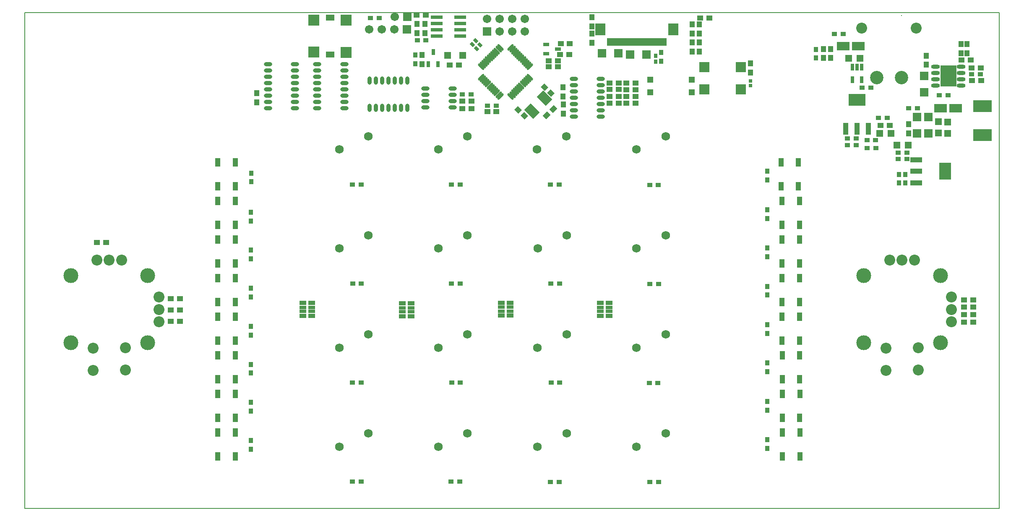
<source format=gts>
G04*
G04 #@! TF.GenerationSoftware,Altium Limited,Altium Designer,19.0.12 (326)*
G04*
G04 Layer_Color=8388736*
%FSLAX24Y24*%
%MOIN*%
G70*
G01*
G75*
%ADD10C,0.0079*%
%ADD14C,0.0060*%
%ADD60R,0.0395X0.0480*%
%ADD61R,0.0380X0.0430*%
%ADD62O,0.0651X0.0316*%
%ADD63R,0.0867X0.0867*%
%ADD64R,0.0710X0.0474*%
G04:AMPARAMS|DCode=65|XSize=43mil|YSize=38mil|CornerRadius=0mil|HoleSize=0mil|Usage=FLASHONLY|Rotation=135.000|XOffset=0mil|YOffset=0mil|HoleType=Round|Shape=Rectangle|*
%AMROTATEDRECTD65*
4,1,4,0.0286,-0.0018,0.0018,-0.0286,-0.0286,0.0018,-0.0018,0.0286,0.0286,-0.0018,0.0*
%
%ADD65ROTATEDRECTD65*%

%ADD66R,0.0430X0.0380*%
%ADD67R,0.0680X0.0680*%
%ADD68R,0.0280X0.0330*%
%ADD69R,0.0680X0.0680*%
%ADD70R,0.0277X0.0316*%
%ADD71R,0.0580X0.0580*%
%ADD72R,0.1025X0.0710*%
%ADD73R,0.0572X0.0552*%
%ADD74R,0.0580X0.0580*%
%ADD75R,0.1458X0.0926*%
G04:AMPARAMS|DCode=76|XSize=48mil|YSize=39.5mil|CornerRadius=0mil|HoleSize=0mil|Usage=FLASHONLY|Rotation=225.000|XOffset=0mil|YOffset=0mil|HoleType=Round|Shape=Rectangle|*
%AMROTATEDRECTD76*
4,1,4,0.0030,0.0309,0.0309,0.0030,-0.0030,-0.0309,-0.0309,-0.0030,0.0030,0.0309,0.0*
%
%ADD76ROTATEDRECTD76*%

%ADD77R,0.0480X0.0395*%
G04:AMPARAMS|DCode=78|XSize=34mil|YSize=28mil|CornerRadius=0mil|HoleSize=0mil|Usage=FLASHONLY|Rotation=315.000|XOffset=0mil|YOffset=0mil|HoleType=Round|Shape=Rectangle|*
%AMROTATEDRECTD78*
4,1,4,-0.0219,0.0021,-0.0021,0.0219,0.0219,-0.0021,0.0021,-0.0219,-0.0219,0.0021,0.0*
%
%ADD78ROTATEDRECTD78*%

%ADD79R,0.0533X0.0316*%
%ADD80R,0.0533X0.0375*%
%ADD81R,0.0434X0.0671*%
%ADD82R,0.0513X0.0513*%
%ADD83R,0.0808X0.0828*%
%ADD84R,0.0316X0.0474*%
%ADD85R,0.0946X0.0316*%
%ADD86O,0.0316X0.0651*%
%ADD87R,0.0434X0.0926*%
%ADD88R,0.1360X0.0926*%
%ADD89R,0.0474X0.0316*%
%ADD90R,0.0280X0.0580*%
%ADD91R,0.0926X0.0434*%
%ADD92R,0.0926X0.1360*%
G04:AMPARAMS|DCode=93|XSize=74.9mil|YSize=102.5mil|CornerRadius=0mil|HoleSize=0mil|Usage=FLASHONLY|Rotation=45.000|XOffset=0mil|YOffset=0mil|HoleType=Round|Shape=Rectangle|*
%AMROTATEDRECTD93*
4,1,4,0.0097,-0.0627,-0.0627,0.0097,-0.0097,0.0627,0.0627,-0.0097,0.0097,-0.0627,0.0*
%
%ADD93ROTATEDRECTD93*%

%ADD94R,0.0789X0.0946*%
%ADD95R,0.0198X0.0592*%
%ADD96O,0.0710X0.0316*%
%ADD97R,0.1261X0.1655*%
G04:AMPARAMS|DCode=98|XSize=19.8mil|YSize=65.1mil|CornerRadius=0mil|HoleSize=0mil|Usage=FLASHONLY|Rotation=225.000|XOffset=0mil|YOffset=0mil|HoleType=Round|Shape=Round|*
%AMOVALD98*
21,1,0.0453,0.0198,0.0000,0.0000,315.0*
1,1,0.0198,-0.0160,0.0160*
1,1,0.0198,0.0160,-0.0160*
%
%ADD98OVALD98*%

G04:AMPARAMS|DCode=99|XSize=19.8mil|YSize=65.1mil|CornerRadius=0mil|HoleSize=0mil|Usage=FLASHONLY|Rotation=135.000|XOffset=0mil|YOffset=0mil|HoleType=Round|Shape=Round|*
%AMOVALD99*
21,1,0.0453,0.0198,0.0000,0.0000,225.0*
1,1,0.0198,0.0160,0.0160*
1,1,0.0198,-0.0160,-0.0160*
%
%ADD99OVALD99*%

%ADD100C,0.0680*%
%ADD101C,0.1182*%
%ADD102C,0.0867*%
%ADD103R,0.0671X0.0671*%
%ADD104C,0.0671*%
%ADD105C,0.1064*%
D10*
X88414Y129234D02*
X88430Y129250D01*
D14*
X96180Y121566D02*
Y129440D01*
X18750D02*
X96180D01*
X18750Y127140D02*
Y129440D01*
Y121566D02*
Y127140D01*
Y90070D02*
Y121566D01*
Y90070D02*
X96180D01*
X96180Y121566D02*
X96180Y90070D01*
D60*
X93625Y126950D02*
D03*
Y126220D02*
D03*
X93165Y126950D02*
D03*
X93165Y126220D02*
D03*
X63800Y128350D02*
D03*
X63800Y129080D02*
D03*
X72360Y128515D02*
D03*
Y127785D02*
D03*
X71790Y128515D02*
D03*
Y127785D02*
D03*
X63800Y127790D02*
D03*
Y127060D02*
D03*
X76430Y124700D02*
D03*
Y125430D02*
D03*
X49930Y128560D02*
D03*
Y127830D02*
D03*
X50330Y125365D02*
D03*
Y126095D02*
D03*
X50540Y127835D02*
D03*
Y128565D02*
D03*
X71790Y127090D02*
D03*
Y126360D02*
D03*
X72360Y127090D02*
D03*
Y126360D02*
D03*
X88970Y119865D02*
D03*
Y120595D02*
D03*
X82200Y125840D02*
D03*
Y126570D02*
D03*
X90380Y126035D02*
D03*
Y125305D02*
D03*
X82780Y126570D02*
D03*
Y125840D02*
D03*
X37180Y123065D02*
D03*
Y122335D02*
D03*
X61540Y121413D02*
D03*
Y122143D02*
D03*
X61526Y123520D02*
D03*
Y122790D02*
D03*
D61*
X36730Y94770D02*
D03*
Y95460D02*
D03*
Y97791D02*
D03*
Y98481D02*
D03*
X36740Y116010D02*
D03*
Y116700D02*
D03*
X36730Y112899D02*
D03*
Y113589D02*
D03*
Y110577D02*
D03*
Y109887D02*
D03*
Y106856D02*
D03*
Y107546D02*
D03*
Y103834D02*
D03*
Y104524D02*
D03*
Y100813D02*
D03*
Y101503D02*
D03*
X69312Y125584D02*
D03*
Y126274D02*
D03*
X77740Y116150D02*
D03*
Y116840D02*
D03*
Y113103D02*
D03*
Y113793D02*
D03*
Y110056D02*
D03*
Y110746D02*
D03*
Y107009D02*
D03*
Y107699D02*
D03*
Y103961D02*
D03*
Y104651D02*
D03*
Y100914D02*
D03*
Y101604D02*
D03*
Y97867D02*
D03*
Y98557D02*
D03*
Y94820D02*
D03*
Y95510D02*
D03*
X49770Y126090D02*
D03*
Y125400D02*
D03*
X81620Y125840D02*
D03*
Y126530D02*
D03*
X88700Y116600D02*
D03*
Y115910D02*
D03*
X88200Y116600D02*
D03*
Y115910D02*
D03*
D62*
X41997Y125370D02*
D03*
Y124870D02*
D03*
Y124370D02*
D03*
Y123870D02*
D03*
Y123370D02*
D03*
Y122870D02*
D03*
Y122370D02*
D03*
Y121870D02*
D03*
X44143Y125370D02*
D03*
Y124870D02*
D03*
Y124370D02*
D03*
Y123870D02*
D03*
Y123370D02*
D03*
Y122870D02*
D03*
Y122370D02*
D03*
Y121870D02*
D03*
X50597Y123420D02*
D03*
Y122920D02*
D03*
Y122420D02*
D03*
Y121920D02*
D03*
X52743Y123420D02*
D03*
Y122920D02*
D03*
Y122420D02*
D03*
Y121920D02*
D03*
X38080Y125370D02*
D03*
Y124870D02*
D03*
Y124370D02*
D03*
Y123870D02*
D03*
Y123370D02*
D03*
Y122870D02*
D03*
Y122370D02*
D03*
Y121870D02*
D03*
X40226Y125370D02*
D03*
Y124870D02*
D03*
Y124370D02*
D03*
Y123870D02*
D03*
Y123370D02*
D03*
Y122870D02*
D03*
Y122370D02*
D03*
Y121870D02*
D03*
X64516Y121200D02*
D03*
Y121700D02*
D03*
Y122200D02*
D03*
Y122700D02*
D03*
Y123200D02*
D03*
Y123700D02*
D03*
Y124200D02*
D03*
X62370Y121200D02*
D03*
Y121700D02*
D03*
Y122200D02*
D03*
Y122700D02*
D03*
Y123200D02*
D03*
Y123700D02*
D03*
Y124200D02*
D03*
D63*
X41720Y128864D02*
D03*
X41717Y126307D02*
D03*
X44290Y126294D02*
D03*
X44270Y128860D02*
D03*
D64*
X43000Y129064D02*
D03*
Y126104D02*
D03*
D65*
X58443Y121243D02*
D03*
X57955Y121730D02*
D03*
X60062Y123528D02*
D03*
X60550Y123040D02*
D03*
D66*
X92110Y122900D02*
D03*
X91420Y122900D02*
D03*
X46220Y129020D02*
D03*
X46910D02*
D03*
X50630Y127240D02*
D03*
X49940D02*
D03*
X53510Y122940D02*
D03*
X54200D02*
D03*
X93995Y124570D02*
D03*
X94685D02*
D03*
X86366Y118680D02*
D03*
X85676D02*
D03*
X86360Y119320D02*
D03*
X85670D02*
D03*
X84810Y119440D02*
D03*
X84120D02*
D03*
X84810Y118920D02*
D03*
X84120D02*
D03*
X85970Y123500D02*
D03*
X85280D02*
D03*
X88850Y118330D02*
D03*
X88160D02*
D03*
X88850Y117810D02*
D03*
X88160D02*
D03*
X83080Y127740D02*
D03*
X83770D02*
D03*
X88985Y121840D02*
D03*
X89675D02*
D03*
X87270Y121080D02*
D03*
X86580D02*
D03*
X45478Y115790D02*
D03*
X44788D02*
D03*
X53340Y115790D02*
D03*
X52650D02*
D03*
X61202Y115790D02*
D03*
X60512D02*
D03*
X69090Y115760D02*
D03*
X68400D02*
D03*
X45498Y107920D02*
D03*
X44808D02*
D03*
X53340Y107920D02*
D03*
X52650D02*
D03*
X61240Y107930D02*
D03*
X60550D02*
D03*
X69100Y107900D02*
D03*
X68410D02*
D03*
X45470Y100050D02*
D03*
X44780D02*
D03*
X53360Y100040D02*
D03*
X52670D02*
D03*
X61258Y100050D02*
D03*
X60568D02*
D03*
X69060Y100030D02*
D03*
X68370D02*
D03*
X45480Y92180D02*
D03*
X44790D02*
D03*
X53320Y92190D02*
D03*
X52630D02*
D03*
X61210Y92140D02*
D03*
X60520D02*
D03*
X69122Y92170D02*
D03*
X68432D02*
D03*
X55510Y122040D02*
D03*
X56200D02*
D03*
D67*
X90220Y123127D02*
D03*
Y124427D02*
D03*
X90550Y119840D02*
D03*
Y121140D02*
D03*
X89660Y119860D02*
D03*
X89660Y121160D02*
D03*
D68*
X68895Y126021D02*
D03*
Y125561D02*
D03*
D69*
X66840Y126110D02*
D03*
X68140Y126110D02*
D03*
X65930Y126230D02*
D03*
X64630Y126230D02*
D03*
D70*
X76430Y124037D02*
D03*
X76430Y123643D02*
D03*
D71*
X91340Y120790D02*
D03*
Y119890D02*
D03*
X92080Y120770D02*
D03*
X92080Y119870D02*
D03*
D72*
X84990Y126780D02*
D03*
X83789D02*
D03*
X91530Y121840D02*
D03*
X92730D02*
D03*
D73*
X52350Y126060D02*
D03*
X53550D02*
D03*
D74*
X86670Y119840D02*
D03*
X87570D02*
D03*
X88040Y118920D02*
D03*
X88940D02*
D03*
X84210Y125820D02*
D03*
X85110D02*
D03*
D75*
X94860Y119720D02*
D03*
Y122023D02*
D03*
D76*
X60748Y121788D02*
D03*
X60232Y121272D02*
D03*
D77*
X73145Y129030D02*
D03*
X72415D02*
D03*
X30345Y105825D02*
D03*
X31075D02*
D03*
X25210Y111180D02*
D03*
X24480D02*
D03*
X31075Y106720D02*
D03*
X30345D02*
D03*
X93390Y104870D02*
D03*
X94120D02*
D03*
Y106620D02*
D03*
X93390D02*
D03*
X94120Y106040D02*
D03*
X93390D02*
D03*
X31075Y104930D02*
D03*
X30345D02*
D03*
X94120Y105460D02*
D03*
X93390D02*
D03*
X66555Y123330D02*
D03*
X67285D02*
D03*
Y123840D02*
D03*
X66555D02*
D03*
X53255Y125280D02*
D03*
X52525D02*
D03*
X53505Y122430D02*
D03*
X54235D02*
D03*
X53510Y121830D02*
D03*
X54240D02*
D03*
X49875Y129240D02*
D03*
X50605D02*
D03*
X94005Y124050D02*
D03*
X94735D02*
D03*
X60392Y125630D02*
D03*
X61122D02*
D03*
X86750Y120490D02*
D03*
X87480D02*
D03*
X61117Y125140D02*
D03*
X60387D02*
D03*
X61275Y126130D02*
D03*
X62005D02*
D03*
X93910Y125700D02*
D03*
X93180D02*
D03*
X93995Y125060D02*
D03*
X94725D02*
D03*
X61335Y126990D02*
D03*
X62065D02*
D03*
X65935Y122800D02*
D03*
X65205D02*
D03*
Y122270D02*
D03*
X65935D02*
D03*
X66555Y122800D02*
D03*
X67285D02*
D03*
X65950Y123340D02*
D03*
X65220D02*
D03*
Y123840D02*
D03*
X65950D02*
D03*
X66555Y122270D02*
D03*
X67285D02*
D03*
X55500Y121580D02*
D03*
X56230D02*
D03*
D78*
X54300Y126930D02*
D03*
X54640Y126590D02*
D03*
X54930Y126890D02*
D03*
X54590Y127230D02*
D03*
D79*
X41550Y105705D02*
D03*
Y106020D02*
D03*
X40841Y105705D02*
D03*
Y106020D02*
D03*
X49444Y105673D02*
D03*
Y105987D02*
D03*
X48736Y105673D02*
D03*
Y105987D02*
D03*
X57324Y105733D02*
D03*
Y106047D02*
D03*
X56616Y105733D02*
D03*
Y106047D02*
D03*
X65184Y105713D02*
D03*
Y106027D02*
D03*
X64476Y105713D02*
D03*
Y106027D02*
D03*
D80*
X41550Y105351D02*
D03*
Y106374D02*
D03*
X40841Y105351D02*
D03*
Y106374D02*
D03*
X49444Y105318D02*
D03*
Y106342D02*
D03*
X48736Y105318D02*
D03*
Y106342D02*
D03*
X57324Y105378D02*
D03*
Y106402D02*
D03*
X56616Y105378D02*
D03*
Y106402D02*
D03*
X65184Y105358D02*
D03*
Y106382D02*
D03*
X64476Y105358D02*
D03*
Y106382D02*
D03*
D81*
X35470Y96100D02*
D03*
X34090Y94180D02*
D03*
X35468Y94180D02*
D03*
X34091Y96100D02*
D03*
X35470Y99167D02*
D03*
X34090Y97247D02*
D03*
X35468Y97247D02*
D03*
X34091Y99167D02*
D03*
X35470Y102233D02*
D03*
X34090Y100313D02*
D03*
X35468Y100313D02*
D03*
X34091Y102233D02*
D03*
X35470Y105300D02*
D03*
X34090Y103380D02*
D03*
X35468Y103380D02*
D03*
X34091Y105300D02*
D03*
X35470Y108367D02*
D03*
X34090Y106447D02*
D03*
X35468Y106447D02*
D03*
X34091Y108367D02*
D03*
X35470Y111433D02*
D03*
X34090Y109513D02*
D03*
X35468Y109513D02*
D03*
X34091Y111433D02*
D03*
X35470Y114500D02*
D03*
X34090Y112580D02*
D03*
X35468Y112580D02*
D03*
X34091Y114500D02*
D03*
X35470Y117567D02*
D03*
X34090Y115647D02*
D03*
X35468Y115647D02*
D03*
X34091Y117567D02*
D03*
X80344Y96093D02*
D03*
X78964Y94173D02*
D03*
X80342Y94173D02*
D03*
X78965Y96093D02*
D03*
X80334Y99160D02*
D03*
X78954Y97240D02*
D03*
X80332Y97240D02*
D03*
X78955Y99160D02*
D03*
X80324Y102227D02*
D03*
X78944Y100307D02*
D03*
X80322Y100307D02*
D03*
X78945Y102227D02*
D03*
X80304Y105293D02*
D03*
X78924Y103373D02*
D03*
X80302Y103373D02*
D03*
X78925Y105293D02*
D03*
X80304Y108360D02*
D03*
X78924Y106440D02*
D03*
X80302Y106440D02*
D03*
X78925Y108360D02*
D03*
X80304Y111427D02*
D03*
X78924Y109507D02*
D03*
X80302Y109507D02*
D03*
X78925Y111427D02*
D03*
X80304Y114493D02*
D03*
X78924Y112573D02*
D03*
X80302Y112573D02*
D03*
X78925Y114493D02*
D03*
X80214Y117560D02*
D03*
X78834Y115640D02*
D03*
X80212Y115640D02*
D03*
X78835Y117560D02*
D03*
D82*
X68450Y123120D02*
D03*
X71750Y124120D02*
D03*
X68450D02*
D03*
X71750Y123120D02*
D03*
D83*
X75637Y125126D02*
D03*
X72743Y123354D02*
D03*
X75637Y123354D02*
D03*
X72743Y125126D02*
D03*
D84*
X51206Y126315D02*
D03*
X51580Y125370D02*
D03*
X50832Y125370D02*
D03*
D85*
X53360Y127590D02*
D03*
Y128090D02*
D03*
Y128590D02*
D03*
Y129090D02*
D03*
X51470Y127590D02*
D03*
Y128090D02*
D03*
Y128590D02*
D03*
Y129090D02*
D03*
D86*
X46140Y121894D02*
D03*
X46640D02*
D03*
X47140D02*
D03*
X47640D02*
D03*
X48140D02*
D03*
X48640D02*
D03*
X49140D02*
D03*
X46140Y124040D02*
D03*
X46640D02*
D03*
X47140D02*
D03*
X47640D02*
D03*
X48140D02*
D03*
X48640D02*
D03*
X49140D02*
D03*
D87*
X83974Y120211D02*
D03*
X84880D02*
D03*
X85786D02*
D03*
D88*
X84880Y122519D02*
D03*
D89*
X60178Y126924D02*
D03*
X60178Y126176D02*
D03*
X61122Y126550D02*
D03*
D90*
X84516Y124120D02*
D03*
X85264D02*
D03*
X84890Y125120D02*
D03*
X84516D02*
D03*
X85264D02*
D03*
D91*
X89566Y117746D02*
D03*
X89566Y116840D02*
D03*
X89566Y115934D02*
D03*
D92*
X91874Y116840D02*
D03*
D93*
X59035Y121615D02*
D03*
X60065Y122645D02*
D03*
D94*
X70293Y128110D02*
D03*
X64467Y128110D02*
D03*
D95*
X68069Y127127D02*
D03*
X68266D02*
D03*
X69644D02*
D03*
X69447D02*
D03*
X69250D02*
D03*
X69053Y127127D02*
D03*
X68856Y127127D02*
D03*
X68660D02*
D03*
X68463D02*
D03*
X67872D02*
D03*
X67675D02*
D03*
X67478D02*
D03*
X67282D02*
D03*
X67085D02*
D03*
X66888D02*
D03*
X66691D02*
D03*
X66494D02*
D03*
X66297D02*
D03*
X66100D02*
D03*
X65904D02*
D03*
X65707D02*
D03*
X65510D02*
D03*
X65313D02*
D03*
X65116D02*
D03*
D96*
X91111Y125155D02*
D03*
X91111Y124655D02*
D03*
X91111Y124155D02*
D03*
X91111Y123655D02*
D03*
X93159Y125155D02*
D03*
Y124655D02*
D03*
X93159Y124155D02*
D03*
X93159Y123655D02*
D03*
D97*
X92135Y124405D02*
D03*
D98*
X57361Y122798D02*
D03*
X57500Y122937D02*
D03*
X57639Y123077D02*
D03*
X57778Y123216D02*
D03*
X57917Y123355D02*
D03*
X58057Y123494D02*
D03*
X58196Y123633D02*
D03*
X58335Y123773D02*
D03*
X58474Y123912D02*
D03*
X58613Y124051D02*
D03*
X58753Y124190D02*
D03*
X58892Y124329D02*
D03*
X56539Y126682D02*
D03*
X56400Y126543D02*
D03*
X56261Y126403D02*
D03*
X56122Y126264D02*
D03*
X55983Y126125D02*
D03*
X55843Y125986D02*
D03*
X55704Y125847D02*
D03*
X55565Y125707D02*
D03*
X55426Y125568D02*
D03*
X55287Y125429D02*
D03*
X55147Y125290D02*
D03*
X55008Y125151D02*
D03*
D99*
X58892D02*
D03*
X58753Y125290D02*
D03*
X58613Y125429D02*
D03*
X58474Y125568D02*
D03*
X58335Y125707D02*
D03*
X58196Y125847D02*
D03*
X58057Y125986D02*
D03*
X57917Y126125D02*
D03*
X57778Y126264D02*
D03*
X57639Y126403D02*
D03*
X57500Y126543D02*
D03*
X57361Y126682D02*
D03*
X55008Y124329D02*
D03*
X55147Y124190D02*
D03*
X55287Y124051D02*
D03*
X55426Y123912D02*
D03*
X55565Y123773D02*
D03*
X55704Y123633D02*
D03*
X55843Y123494D02*
D03*
X55983Y123355D02*
D03*
X56122Y123216D02*
D03*
X56261Y123077D02*
D03*
X56400Y122937D02*
D03*
X56539Y122798D02*
D03*
D100*
X43733Y118584D02*
D03*
X46056Y119628D02*
D03*
X51607Y118584D02*
D03*
X53930Y119628D02*
D03*
X59455Y118572D02*
D03*
X61778Y119616D02*
D03*
X67355Y118584D02*
D03*
X69678Y119628D02*
D03*
X43733Y110710D02*
D03*
X46056Y111754D02*
D03*
X51607Y110710D02*
D03*
X53930Y111754D02*
D03*
X67355Y110710D02*
D03*
X69678Y111754D02*
D03*
X43733Y102836D02*
D03*
X46056Y103880D02*
D03*
X51607Y102836D02*
D03*
X53930Y103880D02*
D03*
X59481Y102836D02*
D03*
X61804Y103880D02*
D03*
X67355Y102836D02*
D03*
X69678Y103880D02*
D03*
X43733Y94962D02*
D03*
X46056Y96006D02*
D03*
X51607Y94962D02*
D03*
X53930Y96006D02*
D03*
X59481Y94962D02*
D03*
X61804Y96006D02*
D03*
X67355Y94962D02*
D03*
X69678Y96006D02*
D03*
X59503Y110705D02*
D03*
X61826Y111749D02*
D03*
D101*
X85404Y103210D02*
D03*
Y108560D02*
D03*
X91506Y103210D02*
D03*
X91506Y108560D02*
D03*
X28514D02*
D03*
X28514Y103210D02*
D03*
X22412Y108560D02*
D03*
Y103210D02*
D03*
D102*
X88456Y109797D02*
D03*
X87472D02*
D03*
X89440D02*
D03*
X92393Y106844D02*
D03*
Y104876D02*
D03*
Y105860D02*
D03*
X87166Y101030D02*
D03*
Y102802D02*
D03*
X89745Y102820D02*
D03*
Y101048D02*
D03*
X85255Y128218D02*
D03*
X89585D02*
D03*
X26753Y101048D02*
D03*
Y102820D02*
D03*
X24174Y102802D02*
D03*
Y101030D02*
D03*
X29401Y105860D02*
D03*
Y104876D02*
D03*
Y106844D02*
D03*
X26448Y109797D02*
D03*
X24480D02*
D03*
X25464D02*
D03*
D103*
X49130Y128130D02*
D03*
X55490Y127950D02*
D03*
X49150Y129130D02*
D03*
D104*
X48130Y128130D02*
D03*
X47130D02*
D03*
X46130D02*
D03*
X55490Y128950D02*
D03*
X56490Y127950D02*
D03*
Y128950D02*
D03*
X57490Y127950D02*
D03*
Y128950D02*
D03*
X58490Y127950D02*
D03*
X58490Y128950D02*
D03*
X48150Y129130D02*
D03*
D105*
X86436Y124282D02*
D03*
X88404Y124281D02*
D03*
M02*

</source>
